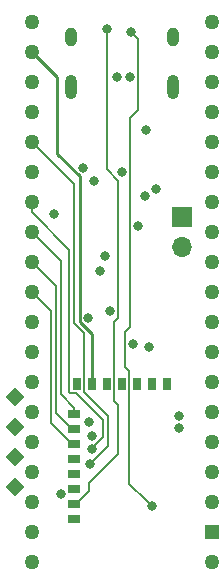
<source format=gbr>
G04 #@! TF.GenerationSoftware,KiCad,Pcbnew,(5.0.0)*
G04 #@! TF.CreationDate,2020-04-28T00:09:20-06:00*
G04 #@! TF.ProjectId,BlueMacro,426C75654D6163726F2E6B696361645F,rev?*
G04 #@! TF.SameCoordinates,Original*
G04 #@! TF.FileFunction,Copper,L3,Inr,Signal*
G04 #@! TF.FilePolarity,Positive*
%FSLAX46Y46*%
G04 Gerber Fmt 4.6, Leading zero omitted, Abs format (unit mm)*
G04 Created by KiCad (PCBNEW (5.0.0)) date 04/28/20 00:09:20*
%MOMM*%
%LPD*%
G01*
G04 APERTURE LIST*
G04 #@! TA.AperFunction,WasherPad*
%ADD10C,1.270000*%
G04 #@! TD*
G04 #@! TA.AperFunction,ViaPad*
%ADD11C,1.270000*%
G04 #@! TD*
G04 #@! TA.AperFunction,ViaPad*
%ADD12R,1.250000X1.250000*%
G04 #@! TD*
G04 #@! TA.AperFunction,ViaPad*
%ADD13R,1.700000X1.700000*%
G04 #@! TD*
G04 #@! TA.AperFunction,ViaPad*
%ADD14O,1.700000X1.700000*%
G04 #@! TD*
G04 #@! TA.AperFunction,ViaPad*
%ADD15O,1.000000X1.600000*%
G04 #@! TD*
G04 #@! TA.AperFunction,ViaPad*
%ADD16O,1.000000X2.100000*%
G04 #@! TD*
G04 #@! TA.AperFunction,ViaPad*
%ADD17R,0.650000X1.000000*%
G04 #@! TD*
G04 #@! TA.AperFunction,ViaPad*
%ADD18R,1.000000X0.650000*%
G04 #@! TD*
G04 #@! TA.AperFunction,ViaPad*
%ADD19C,1.100000*%
G04 #@! TD*
G04 #@! TA.AperFunction,Conductor*
%ADD20C,0.100000*%
G04 #@! TD*
G04 #@! TA.AperFunction,ViaPad*
%ADD21C,0.800000*%
G04 #@! TD*
G04 #@! TA.AperFunction,Conductor*
%ADD22C,0.200000*%
G04 #@! TD*
G04 #@! TA.AperFunction,Conductor*
%ADD23C,0.250000*%
G04 #@! TD*
G04 APERTURE END LIST*
D10*
G04 #@! TO.N,*
G04 #@! TO.C,U4*
X55880000Y-27940000D03*
X40640000Y-27940000D03*
X55880000Y-73660000D03*
X40640000Y-73660000D03*
D11*
G04 #@! TO.N,/P0.10*
X40640000Y-71120000D03*
G04 #@! TO.N,/P0.09*
X40640000Y-68580000D03*
G04 #@! TO.N,VBatt*
X40640000Y-66040000D03*
G04 #@! TO.N,GND*
X40640000Y-63500000D03*
G04 #@! TO.N,Reset*
X40640000Y-60960000D03*
G04 #@! TO.N,N/C*
X40640000Y-53340000D03*
G04 #@! TO.N,/P0.20*
X40640000Y-50800000D03*
G04 #@! TO.N,/P0.17*
X40640000Y-48260000D03*
G04 #@! TO.N,N/C*
X40640000Y-55880000D03*
G04 #@! TO.N,VBus*
X40640000Y-58420000D03*
D12*
G04 #@! TO.N,/P1.11*
X55880000Y-71120000D03*
D11*
G04 #@! TO.N,/P0.03*
X55880000Y-68580000D03*
G04 #@! TO.N,/P0.28*
X55880000Y-66040000D03*
G04 #@! TO.N,/P1.13*
X55880000Y-63500000D03*
G04 #@! TO.N,Reset*
X55880000Y-60960000D03*
G04 #@! TO.N,GND*
X55880000Y-58420000D03*
G04 #@! TO.N,/P0.30*
X55880000Y-55880000D03*
G04 #@! TO.N,/P0.02*
X55880000Y-53340000D03*
G04 #@! TO.N,/P0.29*
X55880000Y-50800000D03*
G04 #@! TO.N,/P0.26*
X55880000Y-48260000D03*
G04 #@! TO.N,/P0.06*
X55880000Y-45720000D03*
G04 #@! TO.N,/P0.05*
X55880000Y-43180000D03*
G04 #@! TO.N,/P0.15*
X40640000Y-45720000D03*
G04 #@! TO.N,/P0.13*
X40640000Y-43180000D03*
G04 #@! TO.N,/P0.22*
X40640000Y-40640000D03*
G04 #@! TO.N,/P0.24*
X40640000Y-38100000D03*
G04 #@! TO.N,N/C*
X40640000Y-35560000D03*
G04 #@! TO.N,/3V3*
X40640000Y-33020000D03*
G04 #@! TO.N,/P0.07*
X40640000Y-30480000D03*
G04 #@! TO.N,/P1.06*
X55880000Y-30480000D03*
G04 #@! TO.N,/P0.12*
X55880000Y-33020000D03*
G04 #@! TO.N,/P0.04*
X55880000Y-35560000D03*
G04 #@! TO.N,/P1.09*
X55880000Y-38100000D03*
G04 #@! TO.N,/P0.08*
X55880000Y-40640000D03*
G04 #@! TD*
D13*
G04 #@! TO.N,VBatt*
G04 #@! TO.C,J1*
X53340000Y-44450000D03*
D14*
G04 #@! TO.N,GND*
X53340000Y-46990000D03*
G04 #@! TD*
D15*
G04 #@! TO.N,Net-(J3-PadS1)*
G04 #@! TO.C,J3*
X43940000Y-29270000D03*
X52580000Y-29270000D03*
D16*
X43940000Y-33450000D03*
X52580000Y-33450000D03*
G04 #@! TD*
D17*
G04 #@! TO.N,/P0.04*
G04 #@! TO.C,U2*
X48283000Y-58607000D03*
G04 #@! TO.N,GND*
X44473000Y-58607000D03*
G04 #@! TO.N,/P0.07*
X45743000Y-58607000D03*
G04 #@! TO.N,/P0.08*
X49553000Y-58607000D03*
G04 #@! TO.N,/P0.12*
X47013000Y-58607000D03*
G04 #@! TO.N,/P0.26*
X52093000Y-58607000D03*
G04 #@! TO.N,/P0.06*
X50823000Y-58607000D03*
D18*
G04 #@! TO.N,/P1.06*
X44219000Y-70037000D03*
G04 #@! TO.N,RED_LED*
X44219000Y-68767000D03*
G04 #@! TO.N,N/C*
X44219000Y-67497000D03*
G04 #@! TO.N,SWO*
X44219000Y-66227000D03*
G04 #@! TO.N,/P0.22*
X44219000Y-64957000D03*
G04 #@! TO.N,/P0.20*
X44219000Y-63687000D03*
G04 #@! TO.N,/P0.17*
X44219000Y-62417000D03*
G04 #@! TO.N,/P0.15*
X44219000Y-61147000D03*
G04 #@! TD*
D19*
G04 #@! TO.N,VCC*
G04 #@! TO.C,TP1*
X39243000Y-59690000D03*
D20*
G36*
X39243000Y-60467817D02*
X38465183Y-59690000D01*
X39243000Y-58912183D01*
X40020817Y-59690000D01*
X39243000Y-60467817D01*
X39243000Y-60467817D01*
G37*
G04 #@! TD*
D19*
G04 #@! TO.N,GND*
G04 #@! TO.C,TP2*
X39243000Y-62230000D03*
D20*
G36*
X39243000Y-63007817D02*
X38465183Y-62230000D01*
X39243000Y-61452183D01*
X40020817Y-62230000D01*
X39243000Y-63007817D01*
X39243000Y-63007817D01*
G37*
G04 #@! TD*
D19*
G04 #@! TO.N,SWDCLK*
G04 #@! TO.C,TP3*
X39243000Y-64770000D03*
D20*
G36*
X39243000Y-65547817D02*
X38465183Y-64770000D01*
X39243000Y-63992183D01*
X40020817Y-64770000D01*
X39243000Y-65547817D01*
X39243000Y-65547817D01*
G37*
G04 #@! TD*
D19*
G04 #@! TO.N,SWDIO*
G04 #@! TO.C,TP4*
X39243000Y-67310000D03*
D20*
G36*
X39243000Y-68087817D02*
X38465183Y-67310000D01*
X39243000Y-66532183D01*
X40020817Y-67310000D01*
X39243000Y-68087817D01*
X39243000Y-68087817D01*
G37*
G04 #@! TD*
D21*
G04 #@! TO.N,GND*
X47285002Y-52414000D03*
X46826000Y-47752000D03*
X49680153Y-45235153D03*
X48260000Y-40640000D03*
X45013355Y-40305035D03*
X50222717Y-42719870D03*
G04 #@! TO.N,Net-(C3-Pad1)*
X46423354Y-49070838D03*
X45894466Y-41449465D03*
G04 #@! TO.N,VCC*
X45434997Y-53045677D03*
G04 #@! TO.N,VBus*
X50292000Y-37084000D03*
X51130516Y-42113520D03*
G04 #@! TO.N,RED_LED*
X46990000Y-28575000D03*
G04 #@! TO.N,BLUE_LED*
X49022000Y-28829000D03*
X50800000Y-68961000D03*
G04 #@! TO.N,SWDCLK*
X43134026Y-67955494D03*
G04 #@! TO.N,D+*
X48929003Y-32639000D03*
X45720000Y-62992004D03*
G04 #@! TO.N,D-*
X47879000Y-32639000D03*
X45466000Y-61849000D03*
G04 #@! TO.N,SWO*
X42545000Y-44196008D03*
G04 #@! TO.N,/P0.24*
X45593000Y-65405006D03*
G04 #@! TO.N,/P0.13*
X45720000Y-64135000D03*
G04 #@! TO.N,/P0.02*
X53085990Y-62357000D03*
G04 #@! TO.N,/P0.29*
X53086000Y-61341000D03*
G04 #@! TO.N,/P1.09*
X49214034Y-55245000D03*
G04 #@! TO.N,/P0.05*
X50614046Y-55459775D03*
G04 #@! TD*
D22*
G04 #@! TO.N,RED_LED*
X46990000Y-29140685D02*
X46990000Y-28575000D01*
X46990000Y-40406002D02*
X46990000Y-29140685D01*
X47985003Y-41401005D02*
X46990000Y-40406002D01*
X47985003Y-53035367D02*
X47985003Y-41401005D01*
X47638001Y-53382369D02*
X47985003Y-53035367D01*
X47638001Y-60033594D02*
X47638001Y-53382369D01*
X44394000Y-68767000D02*
X45466000Y-67695000D01*
X44219000Y-68767000D02*
X44394000Y-68767000D01*
X45466000Y-67695000D02*
X45466000Y-67035998D01*
X45466000Y-67035998D02*
X47986989Y-64515009D01*
X47986989Y-64515009D02*
X47986989Y-60382582D01*
X47986989Y-60382582D02*
X47638001Y-60033594D01*
G04 #@! TO.N,BLUE_LED*
X48908001Y-67069001D02*
X50400001Y-68561001D01*
X48908001Y-57544001D02*
X48908001Y-67069001D01*
X48514000Y-57150000D02*
X48908001Y-57544001D01*
X50400001Y-68561001D02*
X50800000Y-68961000D01*
X49629004Y-29436004D02*
X49629004Y-35460996D01*
X49022000Y-28829000D02*
X49629004Y-29436004D01*
X49629004Y-35460996D02*
X48960001Y-36129999D01*
X48960001Y-36129999D02*
X48960001Y-53765991D01*
X48960001Y-53765991D02*
X48514000Y-54211992D01*
X48514000Y-54211992D02*
X48514000Y-57150000D01*
G04 #@! TO.N,/P0.24*
X47117000Y-63881006D02*
X45992999Y-65005007D01*
X47117000Y-61346002D02*
X47117000Y-63881006D01*
X45992999Y-65005007D02*
X45593000Y-65405006D01*
X40640000Y-38100000D02*
X44215011Y-41675011D01*
X44215011Y-41675011D02*
X44215011Y-53452065D01*
X45085000Y-57853998D02*
X45098001Y-57866999D01*
X45098001Y-59327003D02*
X47117000Y-61346002D01*
X44215011Y-53452065D02*
X45085000Y-54322054D01*
X45085000Y-54322054D02*
X45085000Y-57853998D01*
X45098001Y-57866999D02*
X45098001Y-59327003D01*
G04 #@! TO.N,/P0.13*
X40640000Y-44078025D02*
X43815000Y-47253025D01*
X43815000Y-47253025D02*
X43815000Y-59314002D01*
X46716989Y-61702989D02*
X46716989Y-63138011D01*
X43907999Y-59407001D02*
X44421001Y-59407001D01*
X46716989Y-63138011D02*
X46119999Y-63735001D01*
X44421001Y-59407001D02*
X46716989Y-61702989D01*
X40640000Y-43180000D02*
X40640000Y-44078025D01*
X43815000Y-59314002D02*
X43907999Y-59407001D01*
X46119999Y-63735001D02*
X45720000Y-64135000D01*
D23*
G04 #@! TO.N,/P0.07*
X42799000Y-32639000D02*
X40640000Y-30480000D01*
X42799000Y-39116000D02*
X42799000Y-32639000D01*
X44704000Y-41021000D02*
X42799000Y-39116000D01*
X44704000Y-53340000D02*
X44704000Y-41021000D01*
X45743000Y-58607000D02*
X45743000Y-54379000D01*
X45743000Y-54379000D02*
X44704000Y-53340000D01*
D22*
G04 #@! TO.N,/P0.20*
X44044000Y-63687000D02*
X44219000Y-63687000D01*
X40640000Y-50800000D02*
X42291000Y-52451000D01*
X42291000Y-61934000D02*
X44044000Y-63687000D01*
X42291000Y-52451000D02*
X42291000Y-61934000D01*
G04 #@! TO.N,/P0.17*
X41274999Y-48894999D02*
X40640000Y-48260000D01*
X44219000Y-62417000D02*
X44044000Y-62417000D01*
X42691011Y-50311011D02*
X41274999Y-48894999D01*
X42691011Y-61064011D02*
X42691011Y-50311011D01*
X44044000Y-62417000D02*
X42691011Y-61064011D01*
G04 #@! TO.N,/P0.15*
X43091022Y-59494022D02*
X44219000Y-60622000D01*
X40640000Y-45720000D02*
X43091022Y-48171022D01*
X44219000Y-60622000D02*
X44219000Y-61147000D01*
X43091022Y-48171022D02*
X43091022Y-59494022D01*
G04 #@! TD*
M02*

</source>
